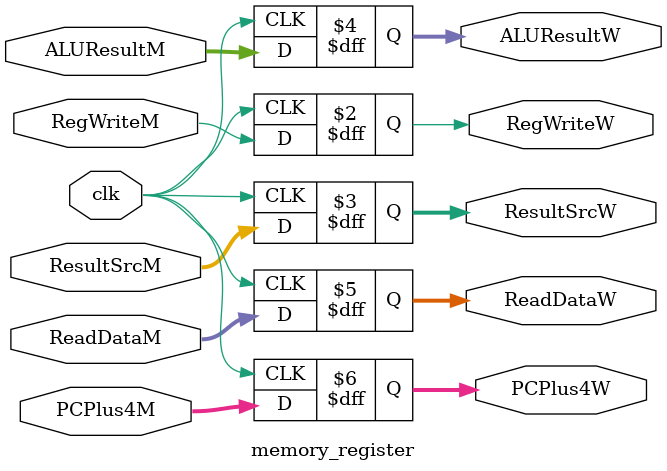
<source format=v>
`timescale 1ns / 1ps


module memory_register(
input clk,
input RegWriteM,
input [1:0] ResultSrcM,
input [31:0] ALUResultM,ReadDataM,PCPlus4M,
output reg RegWriteW,
output reg [1:0] ResultSrcW,
output reg [31:0] ALUResultW,ReadDataW,PCPlus4W
    );
    
    always @ (posedge clk)
    begin
        RegWriteW <= RegWriteM;
        ResultSrcW <= ResultSrcM;
        ALUResultW <= ALUResultM;
        ReadDataW <= ReadDataM;
        PCPlus4W <= PCPlus4M;
    end
    
endmodule

</source>
